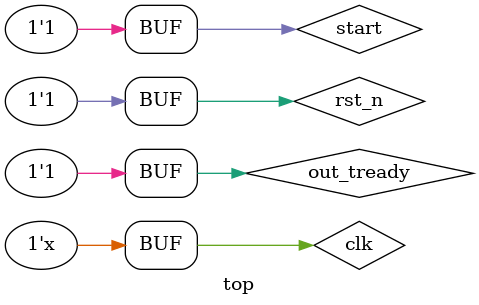
<source format=v>
`timescale 1ns / 1ps


module top;
reg                             clk                             ;       
reg                             rst_n                           ; 
reg                             start;
wire [63:0] m_axis_tdata;             // AXI4-Stream data
wire m_axis_tvalid;            // AXI4-Stream valid 
wire m_axis_tready;            // AXI4-Stream ready 
wire m_axis_tuser;             // AXI4-Stream tuser (SOF)
wire m_axis_tlast;
wire [63:0] out_tdata;             // AXI4-Stream data
wire out_tvalid;            // AXI4-Stream valid 
reg out_tready;            // AXI4-Stream ready 
wire out_tuser;             // AXI4-Stream tuser (SOF)
wire out_tlast;             // AXI4-Stream tlast (EOL)

always  #1      clk     =   ~clk;

initial begin
	clk 		<=  1'b1;
	rst_n	    <=  1'b0;
	start       <= 0;
	out_tready  <= 1;
	#100
	rst_n	    <=  1'b1;
    #200
    start       <= 1;
    
end

axis_gen axis_gen_inst(
        .clk(clk),
        .resetn(rst_n),
        .start(start),
		// Ports of Axi Master Bus Interface M00_AXIS
        // AXI4-Stream signals
        .m_axis_tdata(m_axis_tdata),             // AXI4-Stream data
        .m_axis_tvalid(m_axis_tvalid),            // AXI4-Stream valid 
        .m_axis_tready(m_axis_tready),            // AXI4-Stream ready 
        .m_axis_tlast(m_axis_tlast)             // AXI4-Stream tlast (EOL)
    );
    
multiply_window_v1_0 multiply_window_inst (
    .aclk(clk),
    .aresetn(rst_n),
    .s_axis_tdata(m_axis_tdata),
    .s_axis_tvalid(m_axis_tvalid),
    .s_axis_tready(m_axis_tready),
    .s_axis_tlast(m_axis_tlast),
    
    .m_axis_tdata(out_tdata),
    .m_axis_tvalid(out_tvalid),
    .m_axis_tready(out_tready),
    .m_axis_tlast(out_tlast)
);



endmodule

</source>
